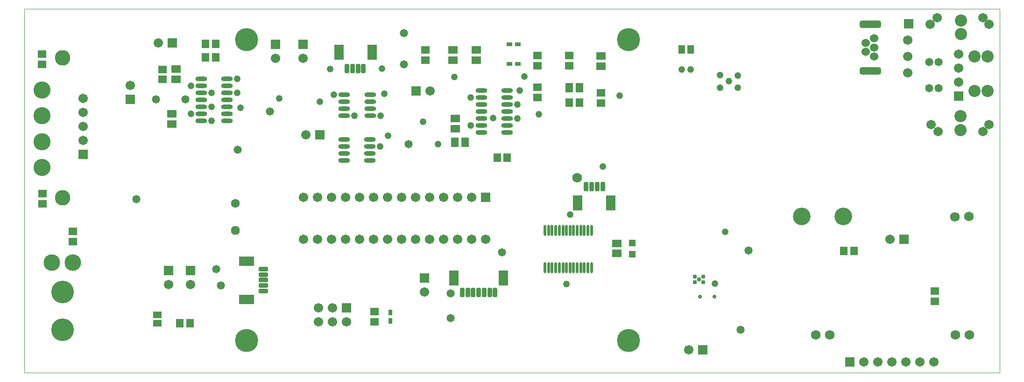
<source format=gts>
%FSTAX23Y23*%
%MOIN*%
%SFA1B1*%

%IPPOS*%
%AMD75*
4,1,8,0.005900,0.034500,-0.005900,0.034500,-0.015800,0.024600,-0.015800,-0.024600,-0.005900,-0.034500,0.005900,-0.034500,0.015800,-0.024600,0.015800,0.024600,0.005900,0.034500,0.0*
1,1,0.019820,0.005900,0.024600*
1,1,0.019820,-0.005900,0.024600*
1,1,0.019820,-0.005900,-0.024600*
1,1,0.019820,0.005900,-0.024600*
%
%AMD80*
4,1,8,0.034500,-0.005900,0.034500,0.005900,0.024600,0.015800,-0.024600,0.015800,-0.034500,0.005900,-0.034500,-0.005900,-0.024600,-0.015800,0.024600,-0.015800,0.034500,-0.005900,0.0*
1,1,0.019820,0.024600,-0.005900*
1,1,0.019820,0.024600,0.005900*
1,1,0.019820,-0.024600,0.005900*
1,1,0.019820,-0.024600,-0.005900*
%
%AMD97*
4,1,8,-0.031600,-0.013100,-0.013100,-0.031600,0.013100,-0.031600,0.031600,-0.013100,0.031600,0.013100,0.013100,0.031600,-0.013100,0.031600,-0.031600,0.013100,-0.031600,-0.013100,0.0*
%
%AMD102*
4,1,8,0.076800,-0.010600,0.076800,0.010600,0.062200,0.025300,-0.062200,0.025300,-0.076800,0.010600,-0.076800,-0.010600,-0.062200,-0.025300,0.062200,-0.025300,0.076800,-0.010600,0.0*
1,1,0.029260,0.062200,-0.010600*
1,1,0.029260,0.062200,0.010600*
1,1,0.029260,-0.062200,0.010600*
1,1,0.029260,-0.062200,-0.010600*
%
%ADD35C,0.001000*%
G04~CAMADD=75~8~0.0~0.0~316.2~690.2~99.1~0.0~15~0.0~0.0~0.0~0.0~0~0.0~0.0~0.0~0.0~0~0.0~0.0~0.0~0.0~316.2~690.2*
%ADD75D75*%
%ADD76R,0.067060X0.106420*%
%ADD77O,0.082800X0.031620*%
%ADD78O,0.021780X0.078870*%
%ADD79R,0.106420X0.067060*%
G04~CAMADD=80~8~0.0~0.0~316.2~690.2~99.1~0.0~15~0.0~0.0~0.0~0.0~0~0.0~0.0~0.0~0.0~0~0.0~0.0~0.0~270.0~690.0~316.0*
%ADD80D80*%
%ADD81R,0.055240X0.061150*%
%ADD82R,0.061150X0.055240*%
%ADD83R,0.065090X0.053280*%
%ADD84R,0.053280X0.065090*%
%ADD85R,0.049340X0.051310*%
%ADD86R,0.061150X0.047370*%
%ADD87R,0.047370X0.061150*%
%ADD88R,0.039500X0.027690*%
%ADD89R,0.027690X0.039500*%
%ADD90C,0.067060*%
%ADD91R,0.067060X0.067060*%
%ADD92C,0.118240*%
%ADD93C,0.161540*%
%ADD94C,0.068000*%
%ADD95C,0.122170*%
%ADD96R,0.067060X0.067060*%
G04~CAMADD=97~4~0.0~0.0~631.2~631.2~0.0~184.9~0~0.0~0.0~0.0~0.0~0~0.0~0.0~0.0~0.0~0~0.0~0.0~0.0~135.0~631.2~631.2*
%ADD97D97*%
%ADD98C,0.063120*%
%ADD99C,0.126110*%
%ADD100C,0.086740*%
%ADD101C,0.060130*%
G04~CAMADD=102~8~0.0~0.0~505.2~1536.7~146.3~0.0~15~0.0~0.0~0.0~0.0~0~0.0~0.0~0.0~0.0~0~0.0~0.0~0.0~270.0~1537.0~505.0*
%ADD102D102*%
%ADD103C,0.058000*%
%ADD104C,0.048000*%
%ADD105C,0.028000*%
%ADD106C,0.070000*%
%ADD107C,0.030840*%
%ADD108C,0.110360*%
%ADD109C,0.165000*%
%LNcareboard_smd_ordered_kritikare-1*%
%LPD*%
G54D35*
X06963Y0D02*
Y026D01*
X0D02*
X06963D01*
X0Y0D02*
X06963D01*
X0D02*
Y026D01*
G54D75*
X0336Y00575D03*
X03125D03*
X03164D03*
X03203D03*
X03243D03*
X03282D03*
X03321D03*
X04128Y0133D03*
X04089D03*
X04049D03*
X0401D03*
X02302Y02176D03*
X02341D03*
X02381D03*
X0242D03*
G54D76*
X03419Y00678D03*
X03066D03*
X04186Y01215D03*
X03949D03*
X02244Y02291D03*
X02481D03*
G54D77*
X02283Y01989D03*
Y01939D03*
Y01889D03*
Y01839D03*
X02468Y01989D03*
Y01939D03*
Y01889D03*
Y01839D03*
X01261Y021D03*
Y0205D03*
Y02D03*
Y0195D03*
Y019D03*
Y0185D03*
Y018D03*
X01446Y021D03*
Y0205D03*
Y02D03*
Y0195D03*
Y019D03*
Y0185D03*
Y018D03*
X03261Y02017D03*
Y01967D03*
Y01917D03*
Y01867D03*
Y01817D03*
Y01767D03*
Y01717D03*
X03446Y02017D03*
Y01967D03*
Y01917D03*
Y01867D03*
Y01817D03*
Y01767D03*
Y01717D03*
X02281Y01667D03*
Y01617D03*
Y01567D03*
Y01517D03*
X02467Y01667D03*
Y01617D03*
Y01567D03*
Y01517D03*
G54D78*
X04048Y01019D03*
X04023D03*
X03997D03*
X03972D03*
X03946D03*
X0392D03*
X03895D03*
X03869D03*
X03844D03*
X03818D03*
X03792D03*
X03767D03*
X03741D03*
X03716D03*
X04048Y00752D03*
X04023D03*
X03997D03*
X03972D03*
X03946D03*
X0392D03*
X03895D03*
X03869D03*
X03844D03*
X03818D03*
X03792D03*
X03767D03*
X03741D03*
X03716D03*
G54D79*
X01587Y00524D03*
Y00797D03*
G54D80*
X01705Y00741D03*
Y00585D03*
Y00624D03*
Y00663D03*
Y00702D03*
G54D81*
X05849Y0087D03*
X05921D03*
X01292Y02254D03*
X01365D03*
X01292Y02352D03*
X01365D03*
X03374Y01538D03*
X03446D03*
X03888Y0193D03*
X03961D03*
X01183Y00353D03*
X0111D03*
G54D82*
X06499Y00584D03*
Y00512D03*
X00984Y02097D03*
Y02169D03*
X02862Y02236D03*
Y02309D03*
X04115Y01929D03*
Y02002D03*
X03888Y02194D03*
Y02267D03*
X03663Y0204D03*
Y01967D03*
Y02194D03*
Y02267D03*
X02498Y00365D03*
Y00438D03*
X00127Y02205D03*
Y02278D03*
X00129Y01282D03*
Y01209D03*
X00347Y00938D03*
Y01011D03*
G54D83*
X01081Y02172D03*
Y02099D03*
X01052Y01777D03*
Y0185D03*
X03224Y02236D03*
Y02309D03*
X03059Y02236D03*
Y02309D03*
X03074Y01819D03*
Y01746D03*
X04115Y02192D03*
Y02265D03*
X0423Y00926D03*
Y00853D03*
G54D84*
X03072Y01649D03*
X03145D03*
X03888Y02039D03*
X03961D03*
G54D85*
X0434Y00928D03*
Y00849D03*
G54D86*
X0095Y00415D03*
Y00354D03*
G54D87*
X04754Y02312D03*
X04693D03*
G54D88*
X03463Y02208D03*
X03523D03*
Y02347D03*
X03463D03*
G54D89*
X02613Y00372D03*
Y00432D03*
G54D90*
X00955Y02357D03*
X023Y00365D03*
X022Y00465D03*
Y00365D03*
X021Y00465D03*
Y00365D03*
X06492Y00078D03*
X06392D03*
X06292D03*
X06192D03*
X05992D03*
X06092D03*
X00418Y01961D03*
Y01861D03*
Y01761D03*
Y01661D03*
X03191Y01255D03*
X03091D03*
X02991D03*
X02891D03*
X02791D03*
X02691D03*
X02591D03*
X02491D03*
X02391D03*
X02291D03*
X02191D03*
X02091D03*
X01991D03*
X03291Y00955D03*
X03191D03*
X03091D03*
X02991D03*
X02891D03*
X02791D03*
X02691D03*
X02591D03*
X02491D03*
X02391D03*
X02291D03*
X02191D03*
X02091D03*
X01991D03*
X02897Y02015D03*
X02008Y01702D03*
X01791Y02249D03*
X00756Y02056D03*
X04742Y00163D03*
X0618Y00956D03*
X02856Y00577D03*
X0199Y02249D03*
X0103Y0063D03*
X01184Y00631D03*
X06668Y02077D03*
Y02178D03*
Y02279D03*
X06307Y02379D03*
Y02262D03*
X06306Y02145D03*
X06521Y01726D03*
X06471Y01776D03*
X06887Y01775D03*
X06841Y01725D03*
Y02537D03*
X06887Y0249D03*
X06514Y02537D03*
X06464Y0249D03*
G54D91*
X01055Y02357D03*
X023Y00465D03*
X05892Y00078D03*
X02797Y02015D03*
X02108Y01702D03*
X04842Y00163D03*
X0628Y00956D03*
G54D92*
X00347Y00787D03*
X00197D03*
G54D93*
X00272Y00577D03*
Y00307D03*
G54D94*
X06742Y01118D03*
X06642Y01116D03*
X06745Y00272D03*
X06645Y0027D03*
X0575Y00272D03*
X0565Y0027D03*
G54D95*
X00127Y01467D03*
Y01652D03*
Y01837D03*
Y02022D03*
G54D96*
X00418Y01561D03*
X03291Y01255D03*
X01791Y02349D03*
X00756Y01956D03*
X02856Y00677D03*
X0199Y02349D03*
X0103Y0073D03*
X01184Y00731D03*
X06668Y01977D03*
X06311Y02495D03*
G54D97*
X01506Y01019D03*
G54D98*
X01506Y01211D03*
G54D99*
X05548Y01118D03*
X05847Y01117D03*
G54D100*
X06782Y0226D03*
X06875D03*
X06684Y02518D03*
Y0242D03*
X06875Y02016D03*
X06782Y02016D03*
X06681Y01736D03*
Y01834D03*
G54D101*
X06066Y02391D03*
X06007Y02359D03*
X06066Y02326D03*
X06007Y02296D03*
X06066Y02262D03*
G54D102*
X06038Y02491D03*
Y02158D03*
G54D103*
X03042Y00567D03*
Y00391D03*
X008Y0124D03*
X01401Y00626D03*
X05112Y00307D03*
X0517Y00873D03*
X01521Y01593D03*
X00938Y01956D03*
X01148D03*
X01752Y01867D03*
X02743Y01633D03*
X02708Y02204D03*
Y02427D03*
X01369Y00741D03*
X0341Y00862D03*
X06525Y02036D03*
Y02221D03*
X0646Y02036D03*
Y02221D03*
G54D104*
X0152Y02D03*
X03187Y01767D03*
X03519Y01917D03*
X04249Y01981D03*
X01335Y02D03*
X01188Y0185D03*
X04754Y02168D03*
X02952Y01635D03*
X03519Y01817D03*
X03568Y02117D03*
X01335Y018D03*
X04692Y02168D03*
X03187Y01967D03*
X03068Y02113D03*
X03345Y0182D03*
X01188Y0205D03*
X02109Y01939D03*
X02847Y01793D03*
X03869Y00634D03*
X01541Y01894D03*
X0257Y01994D03*
X03895Y01132D03*
X02595Y01693D03*
X03671Y01847D03*
X04928Y00638D03*
X05001Y01008D03*
X04964Y02037D03*
X05092D03*
X04964Y02127D03*
X05028Y02084D03*
X05092Y02125D03*
X02356Y01839D03*
X0254Y01617D03*
X02541Y01839D03*
X0182Y01961D03*
X02181Y02171D03*
X01335Y019D03*
X02209Y01989D03*
X0152Y021D03*
X02553Y02173D03*
X03535Y02017D03*
X04129Y01474D03*
G54D105*
X04823Y00545D03*
X04927D03*
G54D106*
X03945Y01395D03*
G54D107*
X04785Y00687D03*
X04815Y00668D03*
X04785Y00648D03*
X04844Y00687D03*
Y00648D03*
G54D108*
X00272Y02252D03*
Y01252D03*
G54D109*
X04312Y00231D03*
Y02381D03*
X01587D03*
Y00231D03*
M02*
</source>
